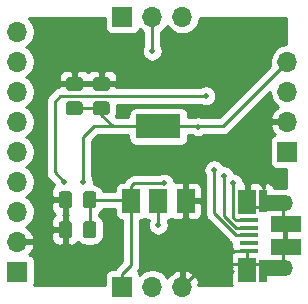
<source format=gbr>
G04 #@! TF.GenerationSoftware,KiCad,Pcbnew,(5.1.5)-3*
G04 #@! TF.CreationDate,2019-12-31T17:34:34+04:00*
G04 #@! TF.ProjectId,stm32f042_devboard,73746d33-3266-4303-9432-5f646576626f,1*
G04 #@! TF.SameCoordinates,Original*
G04 #@! TF.FileFunction,Copper,L2,Bot*
G04 #@! TF.FilePolarity,Positive*
%FSLAX46Y46*%
G04 Gerber Fmt 4.6, Leading zero omitted, Abs format (unit mm)*
G04 Created by KiCad (PCBNEW (5.1.5)-3) date 2019-12-31 17:34:34*
%MOMM*%
%LPD*%
G04 APERTURE LIST*
%ADD10O,1.700000X1.700000*%
%ADD11R,1.700000X1.700000*%
%ADD12R,2.500000X1.430000*%
%ADD13O,1.700000X1.350000*%
%ADD14O,1.500000X1.100000*%
%ADD15R,1.650000X0.400000*%
%ADD16R,1.500000X2.000000*%
%ADD17R,0.700000X1.825000*%
%ADD18R,2.000000X1.350000*%
%ADD19R,3.800000X2.000000*%
%ADD20C,0.100000*%
%ADD21C,0.500000*%
%ADD22C,0.254000*%
%ADD23C,0.250000*%
G04 APERTURE END LIST*
D10*
X142240000Y-100330000D03*
X139700000Y-100330000D03*
D11*
X137160000Y-100330000D03*
D10*
X142240000Y-77470000D03*
X139700000Y-77470000D03*
D11*
X137160000Y-77470000D03*
D10*
X128270000Y-78740000D03*
X128270000Y-81280000D03*
X128270000Y-83820000D03*
X128270000Y-86360000D03*
X128270000Y-88900000D03*
X128270000Y-91440000D03*
X128270000Y-93980000D03*
X128270000Y-96520000D03*
D11*
X128270000Y-99060000D03*
D10*
X151130000Y-81280000D03*
X151130000Y-83820000D03*
X151130000Y-86360000D03*
D11*
X151130000Y-88900000D03*
D12*
X150991000Y-96947000D03*
X150991000Y-95027000D03*
D13*
X150721000Y-98717000D03*
X150721000Y-93257000D03*
D14*
X147721000Y-98407000D03*
X147721000Y-93567000D03*
D15*
X147841000Y-97287000D03*
X147841000Y-96637000D03*
X147841000Y-95987000D03*
X147841000Y-95337000D03*
X147841000Y-94687000D03*
D16*
X147721000Y-98887000D03*
X147741000Y-93137000D03*
D17*
X149041000Y-98987000D03*
X149041000Y-93037000D03*
D18*
X149791000Y-93257000D03*
X149791000Y-98737000D03*
D16*
X142508000Y-93066000D03*
X137908000Y-93066000D03*
X140208000Y-93066000D03*
D19*
X140208000Y-86766000D03*
G04 #@! TA.AperFunction,SMDPad,CuDef*
D20*
G36*
X135856505Y-82593204D02*
G01*
X135880773Y-82596804D01*
X135904572Y-82602765D01*
X135927671Y-82611030D01*
X135949850Y-82621520D01*
X135970893Y-82634132D01*
X135990599Y-82648747D01*
X136008777Y-82665223D01*
X136025253Y-82683401D01*
X136039868Y-82703107D01*
X136052480Y-82724150D01*
X136062970Y-82746329D01*
X136071235Y-82769428D01*
X136077196Y-82793227D01*
X136080796Y-82817495D01*
X136082000Y-82841999D01*
X136082000Y-83492001D01*
X136080796Y-83516505D01*
X136077196Y-83540773D01*
X136071235Y-83564572D01*
X136062970Y-83587671D01*
X136052480Y-83609850D01*
X136039868Y-83630893D01*
X136025253Y-83650599D01*
X136008777Y-83668777D01*
X135990599Y-83685253D01*
X135970893Y-83699868D01*
X135949850Y-83712480D01*
X135927671Y-83722970D01*
X135904572Y-83731235D01*
X135880773Y-83737196D01*
X135856505Y-83740796D01*
X135832001Y-83742000D01*
X134931999Y-83742000D01*
X134907495Y-83740796D01*
X134883227Y-83737196D01*
X134859428Y-83731235D01*
X134836329Y-83722970D01*
X134814150Y-83712480D01*
X134793107Y-83699868D01*
X134773401Y-83685253D01*
X134755223Y-83668777D01*
X134738747Y-83650599D01*
X134724132Y-83630893D01*
X134711520Y-83609850D01*
X134701030Y-83587671D01*
X134692765Y-83564572D01*
X134686804Y-83540773D01*
X134683204Y-83516505D01*
X134682000Y-83492001D01*
X134682000Y-82841999D01*
X134683204Y-82817495D01*
X134686804Y-82793227D01*
X134692765Y-82769428D01*
X134701030Y-82746329D01*
X134711520Y-82724150D01*
X134724132Y-82703107D01*
X134738747Y-82683401D01*
X134755223Y-82665223D01*
X134773401Y-82648747D01*
X134793107Y-82634132D01*
X134814150Y-82621520D01*
X134836329Y-82611030D01*
X134859428Y-82602765D01*
X134883227Y-82596804D01*
X134907495Y-82593204D01*
X134931999Y-82592000D01*
X135832001Y-82592000D01*
X135856505Y-82593204D01*
G37*
G04 #@! TD.AperFunction*
G04 #@! TA.AperFunction,SMDPad,CuDef*
G36*
X135856505Y-84643204D02*
G01*
X135880773Y-84646804D01*
X135904572Y-84652765D01*
X135927671Y-84661030D01*
X135949850Y-84671520D01*
X135970893Y-84684132D01*
X135990599Y-84698747D01*
X136008777Y-84715223D01*
X136025253Y-84733401D01*
X136039868Y-84753107D01*
X136052480Y-84774150D01*
X136062970Y-84796329D01*
X136071235Y-84819428D01*
X136077196Y-84843227D01*
X136080796Y-84867495D01*
X136082000Y-84891999D01*
X136082000Y-85542001D01*
X136080796Y-85566505D01*
X136077196Y-85590773D01*
X136071235Y-85614572D01*
X136062970Y-85637671D01*
X136052480Y-85659850D01*
X136039868Y-85680893D01*
X136025253Y-85700599D01*
X136008777Y-85718777D01*
X135990599Y-85735253D01*
X135970893Y-85749868D01*
X135949850Y-85762480D01*
X135927671Y-85772970D01*
X135904572Y-85781235D01*
X135880773Y-85787196D01*
X135856505Y-85790796D01*
X135832001Y-85792000D01*
X134931999Y-85792000D01*
X134907495Y-85790796D01*
X134883227Y-85787196D01*
X134859428Y-85781235D01*
X134836329Y-85772970D01*
X134814150Y-85762480D01*
X134793107Y-85749868D01*
X134773401Y-85735253D01*
X134755223Y-85718777D01*
X134738747Y-85700599D01*
X134724132Y-85680893D01*
X134711520Y-85659850D01*
X134701030Y-85637671D01*
X134692765Y-85614572D01*
X134686804Y-85590773D01*
X134683204Y-85566505D01*
X134682000Y-85542001D01*
X134682000Y-84891999D01*
X134683204Y-84867495D01*
X134686804Y-84843227D01*
X134692765Y-84819428D01*
X134701030Y-84796329D01*
X134711520Y-84774150D01*
X134724132Y-84753107D01*
X134738747Y-84733401D01*
X134755223Y-84715223D01*
X134773401Y-84698747D01*
X134793107Y-84684132D01*
X134814150Y-84671520D01*
X134836329Y-84661030D01*
X134859428Y-84652765D01*
X134883227Y-84646804D01*
X134907495Y-84643204D01*
X134931999Y-84642000D01*
X135832001Y-84642000D01*
X135856505Y-84643204D01*
G37*
G04 #@! TD.AperFunction*
G04 #@! TA.AperFunction,SMDPad,CuDef*
G36*
X133570505Y-82593204D02*
G01*
X133594773Y-82596804D01*
X133618572Y-82602765D01*
X133641671Y-82611030D01*
X133663850Y-82621520D01*
X133684893Y-82634132D01*
X133704599Y-82648747D01*
X133722777Y-82665223D01*
X133739253Y-82683401D01*
X133753868Y-82703107D01*
X133766480Y-82724150D01*
X133776970Y-82746329D01*
X133785235Y-82769428D01*
X133791196Y-82793227D01*
X133794796Y-82817495D01*
X133796000Y-82841999D01*
X133796000Y-83492001D01*
X133794796Y-83516505D01*
X133791196Y-83540773D01*
X133785235Y-83564572D01*
X133776970Y-83587671D01*
X133766480Y-83609850D01*
X133753868Y-83630893D01*
X133739253Y-83650599D01*
X133722777Y-83668777D01*
X133704599Y-83685253D01*
X133684893Y-83699868D01*
X133663850Y-83712480D01*
X133641671Y-83722970D01*
X133618572Y-83731235D01*
X133594773Y-83737196D01*
X133570505Y-83740796D01*
X133546001Y-83742000D01*
X132645999Y-83742000D01*
X132621495Y-83740796D01*
X132597227Y-83737196D01*
X132573428Y-83731235D01*
X132550329Y-83722970D01*
X132528150Y-83712480D01*
X132507107Y-83699868D01*
X132487401Y-83685253D01*
X132469223Y-83668777D01*
X132452747Y-83650599D01*
X132438132Y-83630893D01*
X132425520Y-83609850D01*
X132415030Y-83587671D01*
X132406765Y-83564572D01*
X132400804Y-83540773D01*
X132397204Y-83516505D01*
X132396000Y-83492001D01*
X132396000Y-82841999D01*
X132397204Y-82817495D01*
X132400804Y-82793227D01*
X132406765Y-82769428D01*
X132415030Y-82746329D01*
X132425520Y-82724150D01*
X132438132Y-82703107D01*
X132452747Y-82683401D01*
X132469223Y-82665223D01*
X132487401Y-82648747D01*
X132507107Y-82634132D01*
X132528150Y-82621520D01*
X132550329Y-82611030D01*
X132573428Y-82602765D01*
X132597227Y-82596804D01*
X132621495Y-82593204D01*
X132645999Y-82592000D01*
X133546001Y-82592000D01*
X133570505Y-82593204D01*
G37*
G04 #@! TD.AperFunction*
G04 #@! TA.AperFunction,SMDPad,CuDef*
G36*
X133570505Y-84643204D02*
G01*
X133594773Y-84646804D01*
X133618572Y-84652765D01*
X133641671Y-84661030D01*
X133663850Y-84671520D01*
X133684893Y-84684132D01*
X133704599Y-84698747D01*
X133722777Y-84715223D01*
X133739253Y-84733401D01*
X133753868Y-84753107D01*
X133766480Y-84774150D01*
X133776970Y-84796329D01*
X133785235Y-84819428D01*
X133791196Y-84843227D01*
X133794796Y-84867495D01*
X133796000Y-84891999D01*
X133796000Y-85542001D01*
X133794796Y-85566505D01*
X133791196Y-85590773D01*
X133785235Y-85614572D01*
X133776970Y-85637671D01*
X133766480Y-85659850D01*
X133753868Y-85680893D01*
X133739253Y-85700599D01*
X133722777Y-85718777D01*
X133704599Y-85735253D01*
X133684893Y-85749868D01*
X133663850Y-85762480D01*
X133641671Y-85772970D01*
X133618572Y-85781235D01*
X133594773Y-85787196D01*
X133570505Y-85790796D01*
X133546001Y-85792000D01*
X132645999Y-85792000D01*
X132621495Y-85790796D01*
X132597227Y-85787196D01*
X132573428Y-85781235D01*
X132550329Y-85772970D01*
X132528150Y-85762480D01*
X132507107Y-85749868D01*
X132487401Y-85735253D01*
X132469223Y-85718777D01*
X132452747Y-85700599D01*
X132438132Y-85680893D01*
X132425520Y-85659850D01*
X132415030Y-85637671D01*
X132406765Y-85614572D01*
X132400804Y-85590773D01*
X132397204Y-85566505D01*
X132396000Y-85542001D01*
X132396000Y-84891999D01*
X132397204Y-84867495D01*
X132400804Y-84843227D01*
X132406765Y-84819428D01*
X132415030Y-84796329D01*
X132425520Y-84774150D01*
X132438132Y-84753107D01*
X132452747Y-84733401D01*
X132469223Y-84715223D01*
X132487401Y-84698747D01*
X132507107Y-84684132D01*
X132528150Y-84671520D01*
X132550329Y-84661030D01*
X132573428Y-84652765D01*
X132597227Y-84646804D01*
X132621495Y-84643204D01*
X132645999Y-84642000D01*
X133546001Y-84642000D01*
X133570505Y-84643204D01*
G37*
G04 #@! TD.AperFunction*
G04 #@! TA.AperFunction,SMDPad,CuDef*
G36*
X132683505Y-94805204D02*
G01*
X132707773Y-94808804D01*
X132731572Y-94814765D01*
X132754671Y-94823030D01*
X132776850Y-94833520D01*
X132797893Y-94846132D01*
X132817599Y-94860747D01*
X132835777Y-94877223D01*
X132852253Y-94895401D01*
X132866868Y-94915107D01*
X132879480Y-94936150D01*
X132889970Y-94958329D01*
X132898235Y-94981428D01*
X132904196Y-95005227D01*
X132907796Y-95029495D01*
X132909000Y-95053999D01*
X132909000Y-95954001D01*
X132907796Y-95978505D01*
X132904196Y-96002773D01*
X132898235Y-96026572D01*
X132889970Y-96049671D01*
X132879480Y-96071850D01*
X132866868Y-96092893D01*
X132852253Y-96112599D01*
X132835777Y-96130777D01*
X132817599Y-96147253D01*
X132797893Y-96161868D01*
X132776850Y-96174480D01*
X132754671Y-96184970D01*
X132731572Y-96193235D01*
X132707773Y-96199196D01*
X132683505Y-96202796D01*
X132659001Y-96204000D01*
X132008999Y-96204000D01*
X131984495Y-96202796D01*
X131960227Y-96199196D01*
X131936428Y-96193235D01*
X131913329Y-96184970D01*
X131891150Y-96174480D01*
X131870107Y-96161868D01*
X131850401Y-96147253D01*
X131832223Y-96130777D01*
X131815747Y-96112599D01*
X131801132Y-96092893D01*
X131788520Y-96071850D01*
X131778030Y-96049671D01*
X131769765Y-96026572D01*
X131763804Y-96002773D01*
X131760204Y-95978505D01*
X131759000Y-95954001D01*
X131759000Y-95053999D01*
X131760204Y-95029495D01*
X131763804Y-95005227D01*
X131769765Y-94981428D01*
X131778030Y-94958329D01*
X131788520Y-94936150D01*
X131801132Y-94915107D01*
X131815747Y-94895401D01*
X131832223Y-94877223D01*
X131850401Y-94860747D01*
X131870107Y-94846132D01*
X131891150Y-94833520D01*
X131913329Y-94823030D01*
X131936428Y-94814765D01*
X131960227Y-94808804D01*
X131984495Y-94805204D01*
X132008999Y-94804000D01*
X132659001Y-94804000D01*
X132683505Y-94805204D01*
G37*
G04 #@! TD.AperFunction*
G04 #@! TA.AperFunction,SMDPad,CuDef*
G36*
X134733505Y-94805204D02*
G01*
X134757773Y-94808804D01*
X134781572Y-94814765D01*
X134804671Y-94823030D01*
X134826850Y-94833520D01*
X134847893Y-94846132D01*
X134867599Y-94860747D01*
X134885777Y-94877223D01*
X134902253Y-94895401D01*
X134916868Y-94915107D01*
X134929480Y-94936150D01*
X134939970Y-94958329D01*
X134948235Y-94981428D01*
X134954196Y-95005227D01*
X134957796Y-95029495D01*
X134959000Y-95053999D01*
X134959000Y-95954001D01*
X134957796Y-95978505D01*
X134954196Y-96002773D01*
X134948235Y-96026572D01*
X134939970Y-96049671D01*
X134929480Y-96071850D01*
X134916868Y-96092893D01*
X134902253Y-96112599D01*
X134885777Y-96130777D01*
X134867599Y-96147253D01*
X134847893Y-96161868D01*
X134826850Y-96174480D01*
X134804671Y-96184970D01*
X134781572Y-96193235D01*
X134757773Y-96199196D01*
X134733505Y-96202796D01*
X134709001Y-96204000D01*
X134058999Y-96204000D01*
X134034495Y-96202796D01*
X134010227Y-96199196D01*
X133986428Y-96193235D01*
X133963329Y-96184970D01*
X133941150Y-96174480D01*
X133920107Y-96161868D01*
X133900401Y-96147253D01*
X133882223Y-96130777D01*
X133865747Y-96112599D01*
X133851132Y-96092893D01*
X133838520Y-96071850D01*
X133828030Y-96049671D01*
X133819765Y-96026572D01*
X133813804Y-96002773D01*
X133810204Y-95978505D01*
X133809000Y-95954001D01*
X133809000Y-95053999D01*
X133810204Y-95029495D01*
X133813804Y-95005227D01*
X133819765Y-94981428D01*
X133828030Y-94958329D01*
X133838520Y-94936150D01*
X133851132Y-94915107D01*
X133865747Y-94895401D01*
X133882223Y-94877223D01*
X133900401Y-94860747D01*
X133920107Y-94846132D01*
X133941150Y-94833520D01*
X133963329Y-94823030D01*
X133986428Y-94814765D01*
X134010227Y-94808804D01*
X134034495Y-94805204D01*
X134058999Y-94804000D01*
X134709001Y-94804000D01*
X134733505Y-94805204D01*
G37*
G04 #@! TD.AperFunction*
G04 #@! TA.AperFunction,SMDPad,CuDef*
G36*
X132683505Y-92265204D02*
G01*
X132707773Y-92268804D01*
X132731572Y-92274765D01*
X132754671Y-92283030D01*
X132776850Y-92293520D01*
X132797893Y-92306132D01*
X132817599Y-92320747D01*
X132835777Y-92337223D01*
X132852253Y-92355401D01*
X132866868Y-92375107D01*
X132879480Y-92396150D01*
X132889970Y-92418329D01*
X132898235Y-92441428D01*
X132904196Y-92465227D01*
X132907796Y-92489495D01*
X132909000Y-92513999D01*
X132909000Y-93414001D01*
X132907796Y-93438505D01*
X132904196Y-93462773D01*
X132898235Y-93486572D01*
X132889970Y-93509671D01*
X132879480Y-93531850D01*
X132866868Y-93552893D01*
X132852253Y-93572599D01*
X132835777Y-93590777D01*
X132817599Y-93607253D01*
X132797893Y-93621868D01*
X132776850Y-93634480D01*
X132754671Y-93644970D01*
X132731572Y-93653235D01*
X132707773Y-93659196D01*
X132683505Y-93662796D01*
X132659001Y-93664000D01*
X132008999Y-93664000D01*
X131984495Y-93662796D01*
X131960227Y-93659196D01*
X131936428Y-93653235D01*
X131913329Y-93644970D01*
X131891150Y-93634480D01*
X131870107Y-93621868D01*
X131850401Y-93607253D01*
X131832223Y-93590777D01*
X131815747Y-93572599D01*
X131801132Y-93552893D01*
X131788520Y-93531850D01*
X131778030Y-93509671D01*
X131769765Y-93486572D01*
X131763804Y-93462773D01*
X131760204Y-93438505D01*
X131759000Y-93414001D01*
X131759000Y-92513999D01*
X131760204Y-92489495D01*
X131763804Y-92465227D01*
X131769765Y-92441428D01*
X131778030Y-92418329D01*
X131788520Y-92396150D01*
X131801132Y-92375107D01*
X131815747Y-92355401D01*
X131832223Y-92337223D01*
X131850401Y-92320747D01*
X131870107Y-92306132D01*
X131891150Y-92293520D01*
X131913329Y-92283030D01*
X131936428Y-92274765D01*
X131960227Y-92268804D01*
X131984495Y-92265204D01*
X132008999Y-92264000D01*
X132659001Y-92264000D01*
X132683505Y-92265204D01*
G37*
G04 #@! TD.AperFunction*
G04 #@! TA.AperFunction,SMDPad,CuDef*
G36*
X134733505Y-92265204D02*
G01*
X134757773Y-92268804D01*
X134781572Y-92274765D01*
X134804671Y-92283030D01*
X134826850Y-92293520D01*
X134847893Y-92306132D01*
X134867599Y-92320747D01*
X134885777Y-92337223D01*
X134902253Y-92355401D01*
X134916868Y-92375107D01*
X134929480Y-92396150D01*
X134939970Y-92418329D01*
X134948235Y-92441428D01*
X134954196Y-92465227D01*
X134957796Y-92489495D01*
X134959000Y-92513999D01*
X134959000Y-93414001D01*
X134957796Y-93438505D01*
X134954196Y-93462773D01*
X134948235Y-93486572D01*
X134939970Y-93509671D01*
X134929480Y-93531850D01*
X134916868Y-93552893D01*
X134902253Y-93572599D01*
X134885777Y-93590777D01*
X134867599Y-93607253D01*
X134847893Y-93621868D01*
X134826850Y-93634480D01*
X134804671Y-93644970D01*
X134781572Y-93653235D01*
X134757773Y-93659196D01*
X134733505Y-93662796D01*
X134709001Y-93664000D01*
X134058999Y-93664000D01*
X134034495Y-93662796D01*
X134010227Y-93659196D01*
X133986428Y-93653235D01*
X133963329Y-93644970D01*
X133941150Y-93634480D01*
X133920107Y-93621868D01*
X133900401Y-93607253D01*
X133882223Y-93590777D01*
X133865747Y-93572599D01*
X133851132Y-93552893D01*
X133838520Y-93531850D01*
X133828030Y-93509671D01*
X133819765Y-93486572D01*
X133813804Y-93462773D01*
X133810204Y-93438505D01*
X133809000Y-93414001D01*
X133809000Y-92513999D01*
X133810204Y-92489495D01*
X133813804Y-92465227D01*
X133819765Y-92441428D01*
X133828030Y-92418329D01*
X133838520Y-92396150D01*
X133851132Y-92375107D01*
X133865747Y-92355401D01*
X133882223Y-92337223D01*
X133900401Y-92320747D01*
X133920107Y-92306132D01*
X133941150Y-92293520D01*
X133963329Y-92283030D01*
X133986428Y-92274765D01*
X134010227Y-92268804D01*
X134034495Y-92265204D01*
X134058999Y-92264000D01*
X134709001Y-92264000D01*
X134733505Y-92265204D01*
G37*
G04 #@! TD.AperFunction*
D21*
X136271000Y-96520000D03*
X142875000Y-85217000D03*
X146050000Y-97790000D03*
X130683000Y-80518000D03*
X143108000Y-96488000D03*
X144145000Y-78613000D03*
X146558000Y-91567000D03*
X140716000Y-91567000D03*
X143581000Y-86797000D03*
X133858000Y-91440000D03*
X140208000Y-95123000D03*
X132207000Y-91440000D03*
X144231000Y-84160000D03*
X144907000Y-90424000D03*
X145796000Y-90932000D03*
X139700000Y-80391000D03*
D22*
X150411000Y-98407000D02*
X150721000Y-98717000D01*
X147721000Y-98407000D02*
X150411000Y-98407000D01*
X150411000Y-93567000D02*
X150721000Y-93257000D01*
X147721000Y-93567000D02*
X150411000Y-93567000D01*
X150721000Y-97217000D02*
X150991000Y-96947000D01*
X150721000Y-98717000D02*
X150721000Y-97217000D01*
X150721000Y-94757000D02*
X150991000Y-95027000D01*
X150721000Y-93257000D02*
X150721000Y-94757000D01*
X147721000Y-97407000D02*
X147841000Y-97287000D01*
X147721000Y-98407000D02*
X147721000Y-97407000D01*
D23*
X144163000Y-98407000D02*
X142240000Y-100330000D01*
X147721000Y-98407000D02*
X144163000Y-98407000D01*
X146553000Y-97287000D02*
X146050000Y-97790000D01*
X147841000Y-97287000D02*
X146553000Y-97287000D01*
D22*
X138534000Y-91567000D02*
X140716000Y-91567000D01*
X137806000Y-92964000D02*
X137908000Y-93066000D01*
X134384000Y-92964000D02*
X137806000Y-92964000D01*
X134384000Y-95504000D02*
X134384000Y-92964000D01*
X137160000Y-100330000D02*
X137160000Y-99226000D01*
X137908000Y-98478000D02*
X137908000Y-93066000D01*
X137160000Y-99226000D02*
X137908000Y-98478000D01*
D23*
X146558000Y-91567000D02*
X146558000Y-94292602D01*
X146558000Y-94479000D02*
X146558000Y-94292602D01*
X146766000Y-94687000D02*
X146558000Y-94479000D01*
X147841000Y-94687000D02*
X146766000Y-94687000D01*
X138157000Y-91567000D02*
X138534000Y-91567000D01*
X137908000Y-91816000D02*
X138157000Y-91567000D01*
X137908000Y-93066000D02*
X137908000Y-91816000D01*
D22*
X145644000Y-86766000D02*
X151130000Y-81280000D01*
X140208000Y-86766000D02*
X145644000Y-86766000D01*
X140208000Y-86766000D02*
X134784000Y-86766000D01*
X133858000Y-91440000D02*
X133858000Y-88392000D01*
D23*
X133096000Y-85217000D02*
X135382000Y-85217000D01*
X138058000Y-86766000D02*
X140208000Y-86766000D01*
X136356000Y-86766000D02*
X138058000Y-86766000D01*
X135382000Y-85792000D02*
X136356000Y-86766000D01*
X135382000Y-85217000D02*
X135382000Y-85792000D01*
X133858000Y-87692000D02*
X134784000Y-86766000D01*
X133858000Y-88392000D02*
X133858000Y-87692000D01*
X140208000Y-93066000D02*
X140208000Y-95123000D01*
D22*
X132207000Y-91440000D02*
X131413990Y-90646990D01*
X131413990Y-90646990D02*
X131413990Y-84654992D01*
X131908982Y-84160000D02*
X131413990Y-84654992D01*
X144231000Y-84160000D02*
X131908982Y-84160000D01*
X146769934Y-95987000D02*
X147841000Y-95987000D01*
X144907000Y-94124066D02*
X145152467Y-94369533D01*
X145034000Y-94251066D02*
X145152467Y-94369533D01*
X144907000Y-90424000D02*
X144907000Y-94124066D01*
X145152467Y-94369533D02*
X146769934Y-95987000D01*
X145796000Y-94371000D02*
X145796000Y-90932000D01*
X147841000Y-95337000D02*
X146762000Y-95337000D01*
X146762000Y-95337000D02*
X145796000Y-94371000D01*
X139700000Y-80391000D02*
X139700000Y-77470000D01*
G36*
X149645000Y-83966260D02*
G01*
X149702068Y-84253158D01*
X149814010Y-84523411D01*
X149976525Y-84766632D01*
X150183368Y-84973475D01*
X150365534Y-85095195D01*
X150248645Y-85164822D01*
X150032412Y-85359731D01*
X149858359Y-85593080D01*
X149733175Y-85855901D01*
X149688524Y-86003110D01*
X149809845Y-86233000D01*
X151003000Y-86233000D01*
X151003000Y-86487000D01*
X149809845Y-86487000D01*
X149688524Y-86716890D01*
X149733175Y-86864099D01*
X149858359Y-87126920D01*
X150032412Y-87360269D01*
X150116466Y-87436034D01*
X150035820Y-87460498D01*
X149925506Y-87519463D01*
X149828815Y-87598815D01*
X149749463Y-87695506D01*
X149690498Y-87805820D01*
X149654188Y-87925518D01*
X149641928Y-88050000D01*
X149641928Y-89750000D01*
X149654188Y-89874482D01*
X149690498Y-89994180D01*
X149749463Y-90104494D01*
X149828815Y-90201185D01*
X149925506Y-90280537D01*
X150035820Y-90339502D01*
X150155518Y-90375812D01*
X150280000Y-90388072D01*
X151003000Y-90388072D01*
X151003000Y-91982737D01*
X150915482Y-91956188D01*
X150848002Y-91949542D01*
X150848002Y-91947000D01*
X150822192Y-91947000D01*
X150791000Y-91943928D01*
X150076750Y-91947000D01*
X150017432Y-92006318D01*
X150016812Y-92000018D01*
X149980502Y-91880320D01*
X149921537Y-91770006D01*
X149842185Y-91673315D01*
X149745494Y-91593963D01*
X149635180Y-91534998D01*
X149515482Y-91498688D01*
X149391000Y-91486428D01*
X149326750Y-91489500D01*
X149168000Y-91648250D01*
X149168000Y-91945549D01*
X149096404Y-91945242D01*
X149080502Y-91892820D01*
X149021537Y-91782506D01*
X148942185Y-91685815D01*
X148914000Y-91662684D01*
X148914000Y-91648250D01*
X148755250Y-91489500D01*
X148691000Y-91486428D01*
X148566518Y-91498688D01*
X148547412Y-91504484D01*
X148491000Y-91498928D01*
X148026750Y-91502000D01*
X147868000Y-91660750D01*
X147868000Y-92520203D01*
X147848000Y-92536848D01*
X147848000Y-93284000D01*
X147614000Y-93284000D01*
X147614000Y-93264000D01*
X147594000Y-93264000D01*
X147594000Y-93010000D01*
X147614000Y-93010000D01*
X147614000Y-91660750D01*
X147455250Y-91502000D01*
X147443000Y-91501919D01*
X147443000Y-91479835D01*
X147408990Y-91308855D01*
X147342277Y-91147795D01*
X147245424Y-91002845D01*
X147122155Y-90879576D01*
X146977205Y-90782723D01*
X146816145Y-90716010D01*
X146648752Y-90682714D01*
X146646990Y-90673855D01*
X146580277Y-90512795D01*
X146483424Y-90367845D01*
X146360155Y-90244576D01*
X146215205Y-90147723D01*
X146054145Y-90081010D01*
X145883165Y-90047000D01*
X145708835Y-90047000D01*
X145708765Y-90047014D01*
X145691277Y-90004795D01*
X145594424Y-89859845D01*
X145471155Y-89736576D01*
X145326205Y-89639723D01*
X145165145Y-89573010D01*
X144994165Y-89539000D01*
X144819835Y-89539000D01*
X144648855Y-89573010D01*
X144487795Y-89639723D01*
X144342845Y-89736576D01*
X144219576Y-89859845D01*
X144122723Y-90004795D01*
X144056010Y-90165855D01*
X144022000Y-90336835D01*
X144022000Y-90511165D01*
X144056010Y-90682145D01*
X144122723Y-90843205D01*
X144145000Y-90876545D01*
X144145001Y-94086633D01*
X144141314Y-94124066D01*
X144156027Y-94273444D01*
X144199599Y-94417081D01*
X144270355Y-94549458D01*
X144334801Y-94627985D01*
X144365579Y-94665488D01*
X144394649Y-94689345D01*
X144587188Y-94881884D01*
X146204655Y-96499352D01*
X146228512Y-96528422D01*
X146257582Y-96552279D01*
X146344541Y-96623645D01*
X146371744Y-96638185D01*
X146377928Y-96641490D01*
X146377928Y-96837000D01*
X146390188Y-96961482D01*
X146390897Y-96963820D01*
X146381000Y-97055250D01*
X146448968Y-97123218D01*
X146485463Y-97191494D01*
X146564815Y-97288185D01*
X146635585Y-97346265D01*
X146616506Y-97356463D01*
X146612196Y-97360000D01*
X146539750Y-97360000D01*
X146381000Y-97518750D01*
X146391978Y-97620164D01*
X146392587Y-97622075D01*
X146381498Y-97642820D01*
X146345188Y-97762518D01*
X146332928Y-97887000D01*
X146336000Y-98601250D01*
X146407438Y-98672688D01*
X146377197Y-98716744D01*
X146381989Y-98755526D01*
X146471869Y-98971039D01*
X146500725Y-99014000D01*
X146494750Y-99014000D01*
X146336000Y-99172750D01*
X146332928Y-99887000D01*
X146345188Y-100011482D01*
X146381498Y-100131180D01*
X146419887Y-100203000D01*
X143725000Y-100203000D01*
X143725000Y-100202998D01*
X143560815Y-100202998D01*
X143681481Y-99973109D01*
X143584157Y-99698748D01*
X143435178Y-99448645D01*
X143240269Y-99232412D01*
X143006920Y-99058359D01*
X142744099Y-98933175D01*
X142596890Y-98888524D01*
X142367000Y-99009845D01*
X142367000Y-100203000D01*
X142113000Y-100203000D01*
X142113000Y-99009845D01*
X141883110Y-98888524D01*
X141735901Y-98933175D01*
X141473080Y-99058359D01*
X141239731Y-99232412D01*
X141044822Y-99448645D01*
X140975195Y-99565534D01*
X140853475Y-99383368D01*
X140646632Y-99176525D01*
X140403411Y-99014010D01*
X140133158Y-98902068D01*
X139846260Y-98845000D01*
X139553740Y-98845000D01*
X139266842Y-98902068D01*
X138996589Y-99014010D01*
X138753368Y-99176525D01*
X138621513Y-99308380D01*
X138599502Y-99235820D01*
X138540537Y-99125506D01*
X138461185Y-99028815D01*
X138449550Y-99019266D01*
X138520359Y-98932985D01*
X138544645Y-98903393D01*
X138615401Y-98771016D01*
X138615402Y-98771015D01*
X138658974Y-98627378D01*
X138670000Y-98515426D01*
X138670000Y-98515423D01*
X138673686Y-98478000D01*
X138670000Y-98440577D01*
X138670000Y-94702890D01*
X138782482Y-94691812D01*
X138902180Y-94655502D01*
X139012494Y-94596537D01*
X139058000Y-94559191D01*
X139103506Y-94596537D01*
X139213820Y-94655502D01*
X139333518Y-94691812D01*
X139425666Y-94700887D01*
X139423723Y-94703795D01*
X139357010Y-94864855D01*
X139323000Y-95035835D01*
X139323000Y-95210165D01*
X139357010Y-95381145D01*
X139423723Y-95542205D01*
X139520576Y-95687155D01*
X139643845Y-95810424D01*
X139788795Y-95907277D01*
X139949855Y-95973990D01*
X140120835Y-96008000D01*
X140295165Y-96008000D01*
X140466145Y-95973990D01*
X140627205Y-95907277D01*
X140772155Y-95810424D01*
X140895424Y-95687155D01*
X140992277Y-95542205D01*
X141058990Y-95381145D01*
X141093000Y-95210165D01*
X141093000Y-95035835D01*
X141058990Y-94864855D01*
X140992277Y-94703795D01*
X140990334Y-94700887D01*
X141082482Y-94691812D01*
X141202180Y-94655502D01*
X141312494Y-94596537D01*
X141358000Y-94559191D01*
X141403506Y-94596537D01*
X141513820Y-94655502D01*
X141633518Y-94691812D01*
X141758000Y-94704072D01*
X142222250Y-94701000D01*
X142381000Y-94542250D01*
X142381000Y-93193000D01*
X142635000Y-93193000D01*
X142635000Y-94542250D01*
X142793750Y-94701000D01*
X143258000Y-94704072D01*
X143382482Y-94691812D01*
X143502180Y-94655502D01*
X143612494Y-94596537D01*
X143709185Y-94517185D01*
X143788537Y-94420494D01*
X143847502Y-94310180D01*
X143883812Y-94190482D01*
X143896072Y-94066000D01*
X143893000Y-93351750D01*
X143734250Y-93193000D01*
X142635000Y-93193000D01*
X142381000Y-93193000D01*
X142361000Y-93193000D01*
X142361000Y-92939000D01*
X142381000Y-92939000D01*
X142381000Y-91589750D01*
X142635000Y-91589750D01*
X142635000Y-92939000D01*
X143734250Y-92939000D01*
X143893000Y-92780250D01*
X143896072Y-92066000D01*
X143883812Y-91941518D01*
X143847502Y-91821820D01*
X143788537Y-91711506D01*
X143709185Y-91614815D01*
X143612494Y-91535463D01*
X143502180Y-91476498D01*
X143382482Y-91440188D01*
X143258000Y-91427928D01*
X142793750Y-91431000D01*
X142635000Y-91589750D01*
X142381000Y-91589750D01*
X142222250Y-91431000D01*
X141758000Y-91427928D01*
X141633518Y-91440188D01*
X141595413Y-91451747D01*
X141566990Y-91308855D01*
X141500277Y-91147795D01*
X141403424Y-91002845D01*
X141280155Y-90879576D01*
X141135205Y-90782723D01*
X140974145Y-90716010D01*
X140803165Y-90682000D01*
X140628835Y-90682000D01*
X140457855Y-90716010D01*
X140296795Y-90782723D01*
X140263455Y-90805000D01*
X138496574Y-90805000D01*
X138476267Y-90807000D01*
X138194322Y-90807000D01*
X138156999Y-90803324D01*
X138119676Y-90807000D01*
X138119667Y-90807000D01*
X138008014Y-90817997D01*
X137864753Y-90861454D01*
X137732724Y-90932026D01*
X137616999Y-91026999D01*
X137593196Y-91056003D01*
X137396998Y-91252201D01*
X137368000Y-91275999D01*
X137344202Y-91304997D01*
X137344201Y-91304998D01*
X137273026Y-91391724D01*
X137253674Y-91427928D01*
X137158000Y-91427928D01*
X137033518Y-91440188D01*
X136913820Y-91476498D01*
X136803506Y-91535463D01*
X136706815Y-91614815D01*
X136627463Y-91711506D01*
X136568498Y-91821820D01*
X136532188Y-91941518D01*
X136519928Y-92066000D01*
X136519928Y-92202000D01*
X135537920Y-92202000D01*
X135529472Y-92174149D01*
X135447405Y-92020613D01*
X135336962Y-91886038D01*
X135202387Y-91775595D01*
X135048851Y-91693528D01*
X134882255Y-91642992D01*
X134723079Y-91627315D01*
X134743000Y-91527165D01*
X134743000Y-91352835D01*
X134708990Y-91181855D01*
X134642277Y-91020795D01*
X134620000Y-90987455D01*
X134620000Y-88354574D01*
X134618000Y-88334267D01*
X134618000Y-88006801D01*
X135096802Y-87528000D01*
X136338983Y-87528000D01*
X136355999Y-87529676D01*
X136373016Y-87528000D01*
X137669928Y-87528000D01*
X137669928Y-87766000D01*
X137682188Y-87890482D01*
X137718498Y-88010180D01*
X137777463Y-88120494D01*
X137856815Y-88217185D01*
X137953506Y-88296537D01*
X138063820Y-88355502D01*
X138183518Y-88391812D01*
X138308000Y-88404072D01*
X142108000Y-88404072D01*
X142232482Y-88391812D01*
X142352180Y-88355502D01*
X142462494Y-88296537D01*
X142559185Y-88217185D01*
X142638537Y-88120494D01*
X142697502Y-88010180D01*
X142733812Y-87890482D01*
X142746072Y-87766000D01*
X142746072Y-87528000D01*
X143082061Y-87528000D01*
X143161795Y-87581277D01*
X143322855Y-87647990D01*
X143493835Y-87682000D01*
X143668165Y-87682000D01*
X143839145Y-87647990D01*
X144000205Y-87581277D01*
X144079939Y-87528000D01*
X145606577Y-87528000D01*
X145644000Y-87531686D01*
X145681423Y-87528000D01*
X145681426Y-87528000D01*
X145793378Y-87516974D01*
X145937015Y-87473402D01*
X146069392Y-87402645D01*
X146185422Y-87307422D01*
X146209284Y-87278346D01*
X149645000Y-83842630D01*
X149645000Y-83966260D01*
G37*
X149645000Y-83966260D02*
X149702068Y-84253158D01*
X149814010Y-84523411D01*
X149976525Y-84766632D01*
X150183368Y-84973475D01*
X150365534Y-85095195D01*
X150248645Y-85164822D01*
X150032412Y-85359731D01*
X149858359Y-85593080D01*
X149733175Y-85855901D01*
X149688524Y-86003110D01*
X149809845Y-86233000D01*
X151003000Y-86233000D01*
X151003000Y-86487000D01*
X149809845Y-86487000D01*
X149688524Y-86716890D01*
X149733175Y-86864099D01*
X149858359Y-87126920D01*
X150032412Y-87360269D01*
X150116466Y-87436034D01*
X150035820Y-87460498D01*
X149925506Y-87519463D01*
X149828815Y-87598815D01*
X149749463Y-87695506D01*
X149690498Y-87805820D01*
X149654188Y-87925518D01*
X149641928Y-88050000D01*
X149641928Y-89750000D01*
X149654188Y-89874482D01*
X149690498Y-89994180D01*
X149749463Y-90104494D01*
X149828815Y-90201185D01*
X149925506Y-90280537D01*
X150035820Y-90339502D01*
X150155518Y-90375812D01*
X150280000Y-90388072D01*
X151003000Y-90388072D01*
X151003000Y-91982737D01*
X150915482Y-91956188D01*
X150848002Y-91949542D01*
X150848002Y-91947000D01*
X150822192Y-91947000D01*
X150791000Y-91943928D01*
X150076750Y-91947000D01*
X150017432Y-92006318D01*
X150016812Y-92000018D01*
X149980502Y-91880320D01*
X149921537Y-91770006D01*
X149842185Y-91673315D01*
X149745494Y-91593963D01*
X149635180Y-91534998D01*
X149515482Y-91498688D01*
X149391000Y-91486428D01*
X149326750Y-91489500D01*
X149168000Y-91648250D01*
X149168000Y-91945549D01*
X149096404Y-91945242D01*
X149080502Y-91892820D01*
X149021537Y-91782506D01*
X148942185Y-91685815D01*
X148914000Y-91662684D01*
X148914000Y-91648250D01*
X148755250Y-91489500D01*
X148691000Y-91486428D01*
X148566518Y-91498688D01*
X148547412Y-91504484D01*
X148491000Y-91498928D01*
X148026750Y-91502000D01*
X147868000Y-91660750D01*
X147868000Y-92520203D01*
X147848000Y-92536848D01*
X147848000Y-93284000D01*
X147614000Y-93284000D01*
X147614000Y-93264000D01*
X147594000Y-93264000D01*
X147594000Y-93010000D01*
X147614000Y-93010000D01*
X147614000Y-91660750D01*
X147455250Y-91502000D01*
X147443000Y-91501919D01*
X147443000Y-91479835D01*
X147408990Y-91308855D01*
X147342277Y-91147795D01*
X147245424Y-91002845D01*
X147122155Y-90879576D01*
X146977205Y-90782723D01*
X146816145Y-90716010D01*
X146648752Y-90682714D01*
X146646990Y-90673855D01*
X146580277Y-90512795D01*
X146483424Y-90367845D01*
X146360155Y-90244576D01*
X146215205Y-90147723D01*
X146054145Y-90081010D01*
X145883165Y-90047000D01*
X145708835Y-90047000D01*
X145708765Y-90047014D01*
X145691277Y-90004795D01*
X145594424Y-89859845D01*
X145471155Y-89736576D01*
X145326205Y-89639723D01*
X145165145Y-89573010D01*
X144994165Y-89539000D01*
X144819835Y-89539000D01*
X144648855Y-89573010D01*
X144487795Y-89639723D01*
X144342845Y-89736576D01*
X144219576Y-89859845D01*
X144122723Y-90004795D01*
X144056010Y-90165855D01*
X144022000Y-90336835D01*
X144022000Y-90511165D01*
X144056010Y-90682145D01*
X144122723Y-90843205D01*
X144145000Y-90876545D01*
X144145001Y-94086633D01*
X144141314Y-94124066D01*
X144156027Y-94273444D01*
X144199599Y-94417081D01*
X144270355Y-94549458D01*
X144334801Y-94627985D01*
X144365579Y-94665488D01*
X144394649Y-94689345D01*
X144587188Y-94881884D01*
X146204655Y-96499352D01*
X146228512Y-96528422D01*
X146257582Y-96552279D01*
X146344541Y-96623645D01*
X146371744Y-96638185D01*
X146377928Y-96641490D01*
X146377928Y-96837000D01*
X146390188Y-96961482D01*
X146390897Y-96963820D01*
X146381000Y-97055250D01*
X146448968Y-97123218D01*
X146485463Y-97191494D01*
X146564815Y-97288185D01*
X146635585Y-97346265D01*
X146616506Y-97356463D01*
X146612196Y-97360000D01*
X146539750Y-97360000D01*
X146381000Y-97518750D01*
X146391978Y-97620164D01*
X146392587Y-97622075D01*
X146381498Y-97642820D01*
X146345188Y-97762518D01*
X146332928Y-97887000D01*
X146336000Y-98601250D01*
X146407438Y-98672688D01*
X146377197Y-98716744D01*
X146381989Y-98755526D01*
X146471869Y-98971039D01*
X146500725Y-99014000D01*
X146494750Y-99014000D01*
X146336000Y-99172750D01*
X146332928Y-99887000D01*
X146345188Y-100011482D01*
X146381498Y-100131180D01*
X146419887Y-100203000D01*
X143725000Y-100203000D01*
X143725000Y-100202998D01*
X143560815Y-100202998D01*
X143681481Y-99973109D01*
X143584157Y-99698748D01*
X143435178Y-99448645D01*
X143240269Y-99232412D01*
X143006920Y-99058359D01*
X142744099Y-98933175D01*
X142596890Y-98888524D01*
X142367000Y-99009845D01*
X142367000Y-100203000D01*
X142113000Y-100203000D01*
X142113000Y-99009845D01*
X141883110Y-98888524D01*
X141735901Y-98933175D01*
X141473080Y-99058359D01*
X141239731Y-99232412D01*
X141044822Y-99448645D01*
X140975195Y-99565534D01*
X140853475Y-99383368D01*
X140646632Y-99176525D01*
X140403411Y-99014010D01*
X140133158Y-98902068D01*
X139846260Y-98845000D01*
X139553740Y-98845000D01*
X139266842Y-98902068D01*
X138996589Y-99014010D01*
X138753368Y-99176525D01*
X138621513Y-99308380D01*
X138599502Y-99235820D01*
X138540537Y-99125506D01*
X138461185Y-99028815D01*
X138449550Y-99019266D01*
X138520359Y-98932985D01*
X138544645Y-98903393D01*
X138615401Y-98771016D01*
X138615402Y-98771015D01*
X138658974Y-98627378D01*
X138670000Y-98515426D01*
X138670000Y-98515423D01*
X138673686Y-98478000D01*
X138670000Y-98440577D01*
X138670000Y-94702890D01*
X138782482Y-94691812D01*
X138902180Y-94655502D01*
X139012494Y-94596537D01*
X139058000Y-94559191D01*
X139103506Y-94596537D01*
X139213820Y-94655502D01*
X139333518Y-94691812D01*
X139425666Y-94700887D01*
X139423723Y-94703795D01*
X139357010Y-94864855D01*
X139323000Y-95035835D01*
X139323000Y-95210165D01*
X139357010Y-95381145D01*
X139423723Y-95542205D01*
X139520576Y-95687155D01*
X139643845Y-95810424D01*
X139788795Y-95907277D01*
X139949855Y-95973990D01*
X140120835Y-96008000D01*
X140295165Y-96008000D01*
X140466145Y-95973990D01*
X140627205Y-95907277D01*
X140772155Y-95810424D01*
X140895424Y-95687155D01*
X140992277Y-95542205D01*
X141058990Y-95381145D01*
X141093000Y-95210165D01*
X141093000Y-95035835D01*
X141058990Y-94864855D01*
X140992277Y-94703795D01*
X140990334Y-94700887D01*
X141082482Y-94691812D01*
X141202180Y-94655502D01*
X141312494Y-94596537D01*
X141358000Y-94559191D01*
X141403506Y-94596537D01*
X141513820Y-94655502D01*
X141633518Y-94691812D01*
X141758000Y-94704072D01*
X142222250Y-94701000D01*
X142381000Y-94542250D01*
X142381000Y-93193000D01*
X142635000Y-93193000D01*
X142635000Y-94542250D01*
X142793750Y-94701000D01*
X143258000Y-94704072D01*
X143382482Y-94691812D01*
X143502180Y-94655502D01*
X143612494Y-94596537D01*
X143709185Y-94517185D01*
X143788537Y-94420494D01*
X143847502Y-94310180D01*
X143883812Y-94190482D01*
X143896072Y-94066000D01*
X143893000Y-93351750D01*
X143734250Y-93193000D01*
X142635000Y-93193000D01*
X142381000Y-93193000D01*
X142361000Y-93193000D01*
X142361000Y-92939000D01*
X142381000Y-92939000D01*
X142381000Y-91589750D01*
X142635000Y-91589750D01*
X142635000Y-92939000D01*
X143734250Y-92939000D01*
X143893000Y-92780250D01*
X143896072Y-92066000D01*
X143883812Y-91941518D01*
X143847502Y-91821820D01*
X143788537Y-91711506D01*
X143709185Y-91614815D01*
X143612494Y-91535463D01*
X143502180Y-91476498D01*
X143382482Y-91440188D01*
X143258000Y-91427928D01*
X142793750Y-91431000D01*
X142635000Y-91589750D01*
X142381000Y-91589750D01*
X142222250Y-91431000D01*
X141758000Y-91427928D01*
X141633518Y-91440188D01*
X141595413Y-91451747D01*
X141566990Y-91308855D01*
X141500277Y-91147795D01*
X141403424Y-91002845D01*
X141280155Y-90879576D01*
X141135205Y-90782723D01*
X140974145Y-90716010D01*
X140803165Y-90682000D01*
X140628835Y-90682000D01*
X140457855Y-90716010D01*
X140296795Y-90782723D01*
X140263455Y-90805000D01*
X138496574Y-90805000D01*
X138476267Y-90807000D01*
X138194322Y-90807000D01*
X138156999Y-90803324D01*
X138119676Y-90807000D01*
X138119667Y-90807000D01*
X138008014Y-90817997D01*
X137864753Y-90861454D01*
X137732724Y-90932026D01*
X137616999Y-91026999D01*
X137593196Y-91056003D01*
X137396998Y-91252201D01*
X137368000Y-91275999D01*
X137344202Y-91304997D01*
X137344201Y-91304998D01*
X137273026Y-91391724D01*
X137253674Y-91427928D01*
X137158000Y-91427928D01*
X137033518Y-91440188D01*
X136913820Y-91476498D01*
X136803506Y-91535463D01*
X136706815Y-91614815D01*
X136627463Y-91711506D01*
X136568498Y-91821820D01*
X136532188Y-91941518D01*
X136519928Y-92066000D01*
X136519928Y-92202000D01*
X135537920Y-92202000D01*
X135529472Y-92174149D01*
X135447405Y-92020613D01*
X135336962Y-91886038D01*
X135202387Y-91775595D01*
X135048851Y-91693528D01*
X134882255Y-91642992D01*
X134723079Y-91627315D01*
X134743000Y-91527165D01*
X134743000Y-91352835D01*
X134708990Y-91181855D01*
X134642277Y-91020795D01*
X134620000Y-90987455D01*
X134620000Y-88354574D01*
X134618000Y-88334267D01*
X134618000Y-88006801D01*
X135096802Y-87528000D01*
X136338983Y-87528000D01*
X136355999Y-87529676D01*
X136373016Y-87528000D01*
X137669928Y-87528000D01*
X137669928Y-87766000D01*
X137682188Y-87890482D01*
X137718498Y-88010180D01*
X137777463Y-88120494D01*
X137856815Y-88217185D01*
X137953506Y-88296537D01*
X138063820Y-88355502D01*
X138183518Y-88391812D01*
X138308000Y-88404072D01*
X142108000Y-88404072D01*
X142232482Y-88391812D01*
X142352180Y-88355502D01*
X142462494Y-88296537D01*
X142559185Y-88217185D01*
X142638537Y-88120494D01*
X142697502Y-88010180D01*
X142733812Y-87890482D01*
X142746072Y-87766000D01*
X142746072Y-87528000D01*
X143082061Y-87528000D01*
X143161795Y-87581277D01*
X143322855Y-87647990D01*
X143493835Y-87682000D01*
X143668165Y-87682000D01*
X143839145Y-87647990D01*
X144000205Y-87581277D01*
X144079939Y-87528000D01*
X145606577Y-87528000D01*
X145644000Y-87531686D01*
X145681423Y-87528000D01*
X145681426Y-87528000D01*
X145793378Y-87516974D01*
X145937015Y-87473402D01*
X146069392Y-87402645D01*
X146185422Y-87307422D01*
X146209284Y-87278346D01*
X149645000Y-83842630D01*
X149645000Y-83966260D01*
G36*
X135671928Y-78320000D02*
G01*
X135684188Y-78444482D01*
X135720498Y-78564180D01*
X135779463Y-78674494D01*
X135858815Y-78771185D01*
X135955506Y-78850537D01*
X136065820Y-78909502D01*
X136185518Y-78945812D01*
X136310000Y-78958072D01*
X138010000Y-78958072D01*
X138134482Y-78945812D01*
X138254180Y-78909502D01*
X138364494Y-78850537D01*
X138461185Y-78771185D01*
X138540537Y-78674494D01*
X138599502Y-78564180D01*
X138621513Y-78491620D01*
X138753368Y-78623475D01*
X138938001Y-78746842D01*
X138938000Y-79938455D01*
X138915723Y-79971795D01*
X138849010Y-80132855D01*
X138815000Y-80303835D01*
X138815000Y-80478165D01*
X138849010Y-80649145D01*
X138915723Y-80810205D01*
X139012576Y-80955155D01*
X139135845Y-81078424D01*
X139280795Y-81175277D01*
X139441855Y-81241990D01*
X139612835Y-81276000D01*
X139787165Y-81276000D01*
X139958145Y-81241990D01*
X140119205Y-81175277D01*
X140264155Y-81078424D01*
X140387424Y-80955155D01*
X140484277Y-80810205D01*
X140550990Y-80649145D01*
X140585000Y-80478165D01*
X140585000Y-80303835D01*
X140550990Y-80132855D01*
X140484277Y-79971795D01*
X140462000Y-79938455D01*
X140462000Y-78746842D01*
X140646632Y-78623475D01*
X140853475Y-78416632D01*
X140970000Y-78242240D01*
X141086525Y-78416632D01*
X141293368Y-78623475D01*
X141536589Y-78785990D01*
X141806842Y-78897932D01*
X142093740Y-78955000D01*
X142386260Y-78955000D01*
X142673158Y-78897932D01*
X142943411Y-78785990D01*
X143186632Y-78623475D01*
X143393475Y-78416632D01*
X143555990Y-78173411D01*
X143667932Y-77903158D01*
X143725000Y-77616260D01*
X143725000Y-77597000D01*
X151003000Y-77597000D01*
X151003000Y-79795000D01*
X150983740Y-79795000D01*
X150696842Y-79852068D01*
X150426589Y-79964010D01*
X150183368Y-80126525D01*
X149976525Y-80333368D01*
X149814010Y-80576589D01*
X149702068Y-80846842D01*
X149645000Y-81133740D01*
X149645000Y-81426260D01*
X149688321Y-81644049D01*
X145328370Y-86004000D01*
X143979146Y-86004000D01*
X143839145Y-85946010D01*
X143668165Y-85912000D01*
X143493835Y-85912000D01*
X143322855Y-85946010D01*
X143182854Y-86004000D01*
X142746072Y-86004000D01*
X142746072Y-85766000D01*
X142733812Y-85641518D01*
X142697502Y-85521820D01*
X142638537Y-85411506D01*
X142559185Y-85314815D01*
X142462494Y-85235463D01*
X142352180Y-85176498D01*
X142232482Y-85140188D01*
X142108000Y-85127928D01*
X138308000Y-85127928D01*
X138183518Y-85140188D01*
X138063820Y-85176498D01*
X137953506Y-85235463D01*
X137856815Y-85314815D01*
X137777463Y-85411506D01*
X137718498Y-85521820D01*
X137682188Y-85641518D01*
X137669928Y-85766000D01*
X137669928Y-86004000D01*
X136668802Y-86004000D01*
X136615612Y-85950811D01*
X136652472Y-85881851D01*
X136703008Y-85715255D01*
X136720072Y-85542001D01*
X136720072Y-84922000D01*
X143778455Y-84922000D01*
X143811795Y-84944277D01*
X143972855Y-85010990D01*
X144143835Y-85045000D01*
X144318165Y-85045000D01*
X144489145Y-85010990D01*
X144650205Y-84944277D01*
X144795155Y-84847424D01*
X144918424Y-84724155D01*
X145015277Y-84579205D01*
X145081990Y-84418145D01*
X145116000Y-84247165D01*
X145116000Y-84072835D01*
X145081990Y-83901855D01*
X145015277Y-83740795D01*
X144918424Y-83595845D01*
X144795155Y-83472576D01*
X144650205Y-83375723D01*
X144489145Y-83309010D01*
X144318165Y-83275000D01*
X144143835Y-83275000D01*
X143972855Y-83309010D01*
X143811795Y-83375723D01*
X143778455Y-83398000D01*
X136662250Y-83398000D01*
X136558250Y-83294000D01*
X135509000Y-83294000D01*
X135509000Y-83314000D01*
X135255000Y-83314000D01*
X135255000Y-83294000D01*
X133223000Y-83294000D01*
X133223000Y-83314000D01*
X132969000Y-83314000D01*
X132969000Y-83294000D01*
X131919750Y-83294000D01*
X131809653Y-83404097D01*
X131759604Y-83409026D01*
X131615967Y-83452598D01*
X131483590Y-83523355D01*
X131367560Y-83618578D01*
X131343698Y-83647654D01*
X130901639Y-84089713D01*
X130872569Y-84113570D01*
X130848712Y-84142640D01*
X130848711Y-84142641D01*
X130777345Y-84229600D01*
X130706589Y-84361977D01*
X130663017Y-84505614D01*
X130648304Y-84654992D01*
X130651991Y-84692425D01*
X130651990Y-90609567D01*
X130648304Y-90646990D01*
X130651990Y-90684413D01*
X130651990Y-90684415D01*
X130663016Y-90796367D01*
X130706588Y-90940004D01*
X130706589Y-90940005D01*
X130777345Y-91072382D01*
X130808590Y-91110454D01*
X130872568Y-91188412D01*
X130901643Y-91212274D01*
X131348187Y-91658818D01*
X131356010Y-91698145D01*
X131379231Y-91754206D01*
X131307815Y-91812815D01*
X131228463Y-91909506D01*
X131169498Y-92019820D01*
X131133188Y-92139518D01*
X131120928Y-92264000D01*
X131124000Y-92678250D01*
X131282750Y-92837000D01*
X132207000Y-92837000D01*
X132207000Y-92817000D01*
X132461000Y-92817000D01*
X132461000Y-92837000D01*
X132481000Y-92837000D01*
X132481000Y-93091000D01*
X132461000Y-93091000D01*
X132461000Y-94140250D01*
X132554750Y-94234000D01*
X132461000Y-94327750D01*
X132461000Y-95377000D01*
X132481000Y-95377000D01*
X132481000Y-95631000D01*
X132461000Y-95631000D01*
X132461000Y-96680250D01*
X132619750Y-96839000D01*
X132909000Y-96842072D01*
X133033482Y-96829812D01*
X133153180Y-96793502D01*
X133263494Y-96734537D01*
X133360185Y-96655185D01*
X133425658Y-96575406D01*
X133431038Y-96581962D01*
X133565613Y-96692405D01*
X133719149Y-96774472D01*
X133885745Y-96825008D01*
X134058999Y-96842072D01*
X134709001Y-96842072D01*
X134882255Y-96825008D01*
X135048851Y-96774472D01*
X135202387Y-96692405D01*
X135336962Y-96581962D01*
X135447405Y-96447387D01*
X135529472Y-96293851D01*
X135580008Y-96127255D01*
X135597072Y-95954001D01*
X135597072Y-95053999D01*
X135580008Y-94880745D01*
X135529472Y-94714149D01*
X135447405Y-94560613D01*
X135336962Y-94426038D01*
X135202387Y-94315595D01*
X135146000Y-94285455D01*
X135146000Y-94182545D01*
X135202387Y-94152405D01*
X135336962Y-94041962D01*
X135447405Y-93907387D01*
X135529472Y-93753851D01*
X135537920Y-93726000D01*
X136519928Y-93726000D01*
X136519928Y-94066000D01*
X136532188Y-94190482D01*
X136568498Y-94310180D01*
X136627463Y-94420494D01*
X136706815Y-94517185D01*
X136803506Y-94596537D01*
X136913820Y-94655502D01*
X137033518Y-94691812D01*
X137146001Y-94702890D01*
X137146000Y-98162369D01*
X136647649Y-98660721D01*
X136618579Y-98684578D01*
X136594722Y-98713648D01*
X136594721Y-98713649D01*
X136523355Y-98800608D01*
X136501269Y-98841928D01*
X136310000Y-98841928D01*
X136185518Y-98854188D01*
X136065820Y-98890498D01*
X135955506Y-98949463D01*
X135858815Y-99028815D01*
X135779463Y-99125506D01*
X135720498Y-99235820D01*
X135684188Y-99355518D01*
X135671928Y-99480000D01*
X135671928Y-100203000D01*
X129683407Y-100203000D01*
X129709502Y-100154180D01*
X129745812Y-100034482D01*
X129758072Y-99910000D01*
X129758072Y-98210000D01*
X129745812Y-98085518D01*
X129709502Y-97965820D01*
X129650537Y-97855506D01*
X129571185Y-97758815D01*
X129474494Y-97679463D01*
X129364180Y-97620498D01*
X129283534Y-97596034D01*
X129367588Y-97520269D01*
X129541641Y-97286920D01*
X129666825Y-97024099D01*
X129711476Y-96876890D01*
X129590155Y-96647000D01*
X128397000Y-96647000D01*
X128397000Y-96393000D01*
X129590155Y-96393000D01*
X129689896Y-96204000D01*
X131120928Y-96204000D01*
X131133188Y-96328482D01*
X131169498Y-96448180D01*
X131228463Y-96558494D01*
X131307815Y-96655185D01*
X131404506Y-96734537D01*
X131514820Y-96793502D01*
X131634518Y-96829812D01*
X131759000Y-96842072D01*
X132048250Y-96839000D01*
X132207000Y-96680250D01*
X132207000Y-95631000D01*
X131282750Y-95631000D01*
X131124000Y-95789750D01*
X131120928Y-96204000D01*
X129689896Y-96204000D01*
X129711476Y-96163110D01*
X129666825Y-96015901D01*
X129541641Y-95753080D01*
X129367588Y-95519731D01*
X129151355Y-95324822D01*
X129034466Y-95255195D01*
X129216632Y-95133475D01*
X129423475Y-94926632D01*
X129585990Y-94683411D01*
X129697932Y-94413158D01*
X129755000Y-94126260D01*
X129755000Y-93833740D01*
X129721237Y-93664000D01*
X131120928Y-93664000D01*
X131133188Y-93788482D01*
X131169498Y-93908180D01*
X131228463Y-94018494D01*
X131307815Y-94115185D01*
X131404506Y-94194537D01*
X131478335Y-94234000D01*
X131404506Y-94273463D01*
X131307815Y-94352815D01*
X131228463Y-94449506D01*
X131169498Y-94559820D01*
X131133188Y-94679518D01*
X131120928Y-94804000D01*
X131124000Y-95218250D01*
X131282750Y-95377000D01*
X132207000Y-95377000D01*
X132207000Y-94327750D01*
X132113250Y-94234000D01*
X132207000Y-94140250D01*
X132207000Y-93091000D01*
X131282750Y-93091000D01*
X131124000Y-93249750D01*
X131120928Y-93664000D01*
X129721237Y-93664000D01*
X129697932Y-93546842D01*
X129585990Y-93276589D01*
X129423475Y-93033368D01*
X129216632Y-92826525D01*
X129042240Y-92710000D01*
X129216632Y-92593475D01*
X129423475Y-92386632D01*
X129585990Y-92143411D01*
X129697932Y-91873158D01*
X129755000Y-91586260D01*
X129755000Y-91293740D01*
X129697932Y-91006842D01*
X129585990Y-90736589D01*
X129423475Y-90493368D01*
X129216632Y-90286525D01*
X129042240Y-90170000D01*
X129216632Y-90053475D01*
X129423475Y-89846632D01*
X129585990Y-89603411D01*
X129697932Y-89333158D01*
X129755000Y-89046260D01*
X129755000Y-88753740D01*
X129697932Y-88466842D01*
X129585990Y-88196589D01*
X129423475Y-87953368D01*
X129216632Y-87746525D01*
X129042240Y-87630000D01*
X129216632Y-87513475D01*
X129423475Y-87306632D01*
X129585990Y-87063411D01*
X129697932Y-86793158D01*
X129755000Y-86506260D01*
X129755000Y-86213740D01*
X129697932Y-85926842D01*
X129585990Y-85656589D01*
X129423475Y-85413368D01*
X129216632Y-85206525D01*
X129042240Y-85090000D01*
X129216632Y-84973475D01*
X129423475Y-84766632D01*
X129585990Y-84523411D01*
X129697932Y-84253158D01*
X129755000Y-83966260D01*
X129755000Y-83673740D01*
X129697932Y-83386842D01*
X129585990Y-83116589D01*
X129423475Y-82873368D01*
X129216632Y-82666525D01*
X129105098Y-82592000D01*
X131757928Y-82592000D01*
X131761000Y-82881250D01*
X131919750Y-83040000D01*
X132969000Y-83040000D01*
X132969000Y-82115750D01*
X133223000Y-82115750D01*
X133223000Y-83040000D01*
X135255000Y-83040000D01*
X135255000Y-82115750D01*
X135509000Y-82115750D01*
X135509000Y-83040000D01*
X136558250Y-83040000D01*
X136717000Y-82881250D01*
X136720072Y-82592000D01*
X136707812Y-82467518D01*
X136671502Y-82347820D01*
X136612537Y-82237506D01*
X136533185Y-82140815D01*
X136436494Y-82061463D01*
X136326180Y-82002498D01*
X136206482Y-81966188D01*
X136082000Y-81953928D01*
X135667750Y-81957000D01*
X135509000Y-82115750D01*
X135255000Y-82115750D01*
X135096250Y-81957000D01*
X134682000Y-81953928D01*
X134557518Y-81966188D01*
X134437820Y-82002498D01*
X134327506Y-82061463D01*
X134239000Y-82134098D01*
X134150494Y-82061463D01*
X134040180Y-82002498D01*
X133920482Y-81966188D01*
X133796000Y-81953928D01*
X133381750Y-81957000D01*
X133223000Y-82115750D01*
X132969000Y-82115750D01*
X132810250Y-81957000D01*
X132396000Y-81953928D01*
X132271518Y-81966188D01*
X132151820Y-82002498D01*
X132041506Y-82061463D01*
X131944815Y-82140815D01*
X131865463Y-82237506D01*
X131806498Y-82347820D01*
X131770188Y-82467518D01*
X131757928Y-82592000D01*
X129105098Y-82592000D01*
X129042240Y-82550000D01*
X129216632Y-82433475D01*
X129423475Y-82226632D01*
X129585990Y-81983411D01*
X129697932Y-81713158D01*
X129755000Y-81426260D01*
X129755000Y-81133740D01*
X129697932Y-80846842D01*
X129585990Y-80576589D01*
X129423475Y-80333368D01*
X129216632Y-80126525D01*
X129042240Y-80010000D01*
X129216632Y-79893475D01*
X129423475Y-79686632D01*
X129585990Y-79443411D01*
X129697932Y-79173158D01*
X129755000Y-78886260D01*
X129755000Y-78593740D01*
X129697932Y-78306842D01*
X129585990Y-78036589D01*
X129423475Y-77793368D01*
X129227107Y-77597000D01*
X135671928Y-77597000D01*
X135671928Y-78320000D01*
G37*
X135671928Y-78320000D02*
X135684188Y-78444482D01*
X135720498Y-78564180D01*
X135779463Y-78674494D01*
X135858815Y-78771185D01*
X135955506Y-78850537D01*
X136065820Y-78909502D01*
X136185518Y-78945812D01*
X136310000Y-78958072D01*
X138010000Y-78958072D01*
X138134482Y-78945812D01*
X138254180Y-78909502D01*
X138364494Y-78850537D01*
X138461185Y-78771185D01*
X138540537Y-78674494D01*
X138599502Y-78564180D01*
X138621513Y-78491620D01*
X138753368Y-78623475D01*
X138938001Y-78746842D01*
X138938000Y-79938455D01*
X138915723Y-79971795D01*
X138849010Y-80132855D01*
X138815000Y-80303835D01*
X138815000Y-80478165D01*
X138849010Y-80649145D01*
X138915723Y-80810205D01*
X139012576Y-80955155D01*
X139135845Y-81078424D01*
X139280795Y-81175277D01*
X139441855Y-81241990D01*
X139612835Y-81276000D01*
X139787165Y-81276000D01*
X139958145Y-81241990D01*
X140119205Y-81175277D01*
X140264155Y-81078424D01*
X140387424Y-80955155D01*
X140484277Y-80810205D01*
X140550990Y-80649145D01*
X140585000Y-80478165D01*
X140585000Y-80303835D01*
X140550990Y-80132855D01*
X140484277Y-79971795D01*
X140462000Y-79938455D01*
X140462000Y-78746842D01*
X140646632Y-78623475D01*
X140853475Y-78416632D01*
X140970000Y-78242240D01*
X141086525Y-78416632D01*
X141293368Y-78623475D01*
X141536589Y-78785990D01*
X141806842Y-78897932D01*
X142093740Y-78955000D01*
X142386260Y-78955000D01*
X142673158Y-78897932D01*
X142943411Y-78785990D01*
X143186632Y-78623475D01*
X143393475Y-78416632D01*
X143555990Y-78173411D01*
X143667932Y-77903158D01*
X143725000Y-77616260D01*
X143725000Y-77597000D01*
X151003000Y-77597000D01*
X151003000Y-79795000D01*
X150983740Y-79795000D01*
X150696842Y-79852068D01*
X150426589Y-79964010D01*
X150183368Y-80126525D01*
X149976525Y-80333368D01*
X149814010Y-80576589D01*
X149702068Y-80846842D01*
X149645000Y-81133740D01*
X149645000Y-81426260D01*
X149688321Y-81644049D01*
X145328370Y-86004000D01*
X143979146Y-86004000D01*
X143839145Y-85946010D01*
X143668165Y-85912000D01*
X143493835Y-85912000D01*
X143322855Y-85946010D01*
X143182854Y-86004000D01*
X142746072Y-86004000D01*
X142746072Y-85766000D01*
X142733812Y-85641518D01*
X142697502Y-85521820D01*
X142638537Y-85411506D01*
X142559185Y-85314815D01*
X142462494Y-85235463D01*
X142352180Y-85176498D01*
X142232482Y-85140188D01*
X142108000Y-85127928D01*
X138308000Y-85127928D01*
X138183518Y-85140188D01*
X138063820Y-85176498D01*
X137953506Y-85235463D01*
X137856815Y-85314815D01*
X137777463Y-85411506D01*
X137718498Y-85521820D01*
X137682188Y-85641518D01*
X137669928Y-85766000D01*
X137669928Y-86004000D01*
X136668802Y-86004000D01*
X136615612Y-85950811D01*
X136652472Y-85881851D01*
X136703008Y-85715255D01*
X136720072Y-85542001D01*
X136720072Y-84922000D01*
X143778455Y-84922000D01*
X143811795Y-84944277D01*
X143972855Y-85010990D01*
X144143835Y-85045000D01*
X144318165Y-85045000D01*
X144489145Y-85010990D01*
X144650205Y-84944277D01*
X144795155Y-84847424D01*
X144918424Y-84724155D01*
X145015277Y-84579205D01*
X145081990Y-84418145D01*
X145116000Y-84247165D01*
X145116000Y-84072835D01*
X145081990Y-83901855D01*
X145015277Y-83740795D01*
X144918424Y-83595845D01*
X144795155Y-83472576D01*
X144650205Y-83375723D01*
X144489145Y-83309010D01*
X144318165Y-83275000D01*
X144143835Y-83275000D01*
X143972855Y-83309010D01*
X143811795Y-83375723D01*
X143778455Y-83398000D01*
X136662250Y-83398000D01*
X136558250Y-83294000D01*
X135509000Y-83294000D01*
X135509000Y-83314000D01*
X135255000Y-83314000D01*
X135255000Y-83294000D01*
X133223000Y-83294000D01*
X133223000Y-83314000D01*
X132969000Y-83314000D01*
X132969000Y-83294000D01*
X131919750Y-83294000D01*
X131809653Y-83404097D01*
X131759604Y-83409026D01*
X131615967Y-83452598D01*
X131483590Y-83523355D01*
X131367560Y-83618578D01*
X131343698Y-83647654D01*
X130901639Y-84089713D01*
X130872569Y-84113570D01*
X130848712Y-84142640D01*
X130848711Y-84142641D01*
X130777345Y-84229600D01*
X130706589Y-84361977D01*
X130663017Y-84505614D01*
X130648304Y-84654992D01*
X130651991Y-84692425D01*
X130651990Y-90609567D01*
X130648304Y-90646990D01*
X130651990Y-90684413D01*
X130651990Y-90684415D01*
X130663016Y-90796367D01*
X130706588Y-90940004D01*
X130706589Y-90940005D01*
X130777345Y-91072382D01*
X130808590Y-91110454D01*
X130872568Y-91188412D01*
X130901643Y-91212274D01*
X131348187Y-91658818D01*
X131356010Y-91698145D01*
X131379231Y-91754206D01*
X131307815Y-91812815D01*
X131228463Y-91909506D01*
X131169498Y-92019820D01*
X131133188Y-92139518D01*
X131120928Y-92264000D01*
X131124000Y-92678250D01*
X131282750Y-92837000D01*
X132207000Y-92837000D01*
X132207000Y-92817000D01*
X132461000Y-92817000D01*
X132461000Y-92837000D01*
X132481000Y-92837000D01*
X132481000Y-93091000D01*
X132461000Y-93091000D01*
X132461000Y-94140250D01*
X132554750Y-94234000D01*
X132461000Y-94327750D01*
X132461000Y-95377000D01*
X132481000Y-95377000D01*
X132481000Y-95631000D01*
X132461000Y-95631000D01*
X132461000Y-96680250D01*
X132619750Y-96839000D01*
X132909000Y-96842072D01*
X133033482Y-96829812D01*
X133153180Y-96793502D01*
X133263494Y-96734537D01*
X133360185Y-96655185D01*
X133425658Y-96575406D01*
X133431038Y-96581962D01*
X133565613Y-96692405D01*
X133719149Y-96774472D01*
X133885745Y-96825008D01*
X134058999Y-96842072D01*
X134709001Y-96842072D01*
X134882255Y-96825008D01*
X135048851Y-96774472D01*
X135202387Y-96692405D01*
X135336962Y-96581962D01*
X135447405Y-96447387D01*
X135529472Y-96293851D01*
X135580008Y-96127255D01*
X135597072Y-95954001D01*
X135597072Y-95053999D01*
X135580008Y-94880745D01*
X135529472Y-94714149D01*
X135447405Y-94560613D01*
X135336962Y-94426038D01*
X135202387Y-94315595D01*
X135146000Y-94285455D01*
X135146000Y-94182545D01*
X135202387Y-94152405D01*
X135336962Y-94041962D01*
X135447405Y-93907387D01*
X135529472Y-93753851D01*
X135537920Y-93726000D01*
X136519928Y-93726000D01*
X136519928Y-94066000D01*
X136532188Y-94190482D01*
X136568498Y-94310180D01*
X136627463Y-94420494D01*
X136706815Y-94517185D01*
X136803506Y-94596537D01*
X136913820Y-94655502D01*
X137033518Y-94691812D01*
X137146001Y-94702890D01*
X137146000Y-98162369D01*
X136647649Y-98660721D01*
X136618579Y-98684578D01*
X136594722Y-98713648D01*
X136594721Y-98713649D01*
X136523355Y-98800608D01*
X136501269Y-98841928D01*
X136310000Y-98841928D01*
X136185518Y-98854188D01*
X136065820Y-98890498D01*
X135955506Y-98949463D01*
X135858815Y-99028815D01*
X135779463Y-99125506D01*
X135720498Y-99235820D01*
X135684188Y-99355518D01*
X135671928Y-99480000D01*
X135671928Y-100203000D01*
X129683407Y-100203000D01*
X129709502Y-100154180D01*
X129745812Y-100034482D01*
X129758072Y-99910000D01*
X129758072Y-98210000D01*
X129745812Y-98085518D01*
X129709502Y-97965820D01*
X129650537Y-97855506D01*
X129571185Y-97758815D01*
X129474494Y-97679463D01*
X129364180Y-97620498D01*
X129283534Y-97596034D01*
X129367588Y-97520269D01*
X129541641Y-97286920D01*
X129666825Y-97024099D01*
X129711476Y-96876890D01*
X129590155Y-96647000D01*
X128397000Y-96647000D01*
X128397000Y-96393000D01*
X129590155Y-96393000D01*
X129689896Y-96204000D01*
X131120928Y-96204000D01*
X131133188Y-96328482D01*
X131169498Y-96448180D01*
X131228463Y-96558494D01*
X131307815Y-96655185D01*
X131404506Y-96734537D01*
X131514820Y-96793502D01*
X131634518Y-96829812D01*
X131759000Y-96842072D01*
X132048250Y-96839000D01*
X132207000Y-96680250D01*
X132207000Y-95631000D01*
X131282750Y-95631000D01*
X131124000Y-95789750D01*
X131120928Y-96204000D01*
X129689896Y-96204000D01*
X129711476Y-96163110D01*
X129666825Y-96015901D01*
X129541641Y-95753080D01*
X129367588Y-95519731D01*
X129151355Y-95324822D01*
X129034466Y-95255195D01*
X129216632Y-95133475D01*
X129423475Y-94926632D01*
X129585990Y-94683411D01*
X129697932Y-94413158D01*
X129755000Y-94126260D01*
X129755000Y-93833740D01*
X129721237Y-93664000D01*
X131120928Y-93664000D01*
X131133188Y-93788482D01*
X131169498Y-93908180D01*
X131228463Y-94018494D01*
X131307815Y-94115185D01*
X131404506Y-94194537D01*
X131478335Y-94234000D01*
X131404506Y-94273463D01*
X131307815Y-94352815D01*
X131228463Y-94449506D01*
X131169498Y-94559820D01*
X131133188Y-94679518D01*
X131120928Y-94804000D01*
X131124000Y-95218250D01*
X131282750Y-95377000D01*
X132207000Y-95377000D01*
X132207000Y-94327750D01*
X132113250Y-94234000D01*
X132207000Y-94140250D01*
X132207000Y-93091000D01*
X131282750Y-93091000D01*
X131124000Y-93249750D01*
X131120928Y-93664000D01*
X129721237Y-93664000D01*
X129697932Y-93546842D01*
X129585990Y-93276589D01*
X129423475Y-93033368D01*
X129216632Y-92826525D01*
X129042240Y-92710000D01*
X129216632Y-92593475D01*
X129423475Y-92386632D01*
X129585990Y-92143411D01*
X129697932Y-91873158D01*
X129755000Y-91586260D01*
X129755000Y-91293740D01*
X129697932Y-91006842D01*
X129585990Y-90736589D01*
X129423475Y-90493368D01*
X129216632Y-90286525D01*
X129042240Y-90170000D01*
X129216632Y-90053475D01*
X129423475Y-89846632D01*
X129585990Y-89603411D01*
X129697932Y-89333158D01*
X129755000Y-89046260D01*
X129755000Y-88753740D01*
X129697932Y-88466842D01*
X129585990Y-88196589D01*
X129423475Y-87953368D01*
X129216632Y-87746525D01*
X129042240Y-87630000D01*
X129216632Y-87513475D01*
X129423475Y-87306632D01*
X129585990Y-87063411D01*
X129697932Y-86793158D01*
X129755000Y-86506260D01*
X129755000Y-86213740D01*
X129697932Y-85926842D01*
X129585990Y-85656589D01*
X129423475Y-85413368D01*
X129216632Y-85206525D01*
X129042240Y-85090000D01*
X129216632Y-84973475D01*
X129423475Y-84766632D01*
X129585990Y-84523411D01*
X129697932Y-84253158D01*
X129755000Y-83966260D01*
X129755000Y-83673740D01*
X129697932Y-83386842D01*
X129585990Y-83116589D01*
X129423475Y-82873368D01*
X129216632Y-82666525D01*
X129105098Y-82592000D01*
X131757928Y-82592000D01*
X131761000Y-82881250D01*
X131919750Y-83040000D01*
X132969000Y-83040000D01*
X132969000Y-82115750D01*
X133223000Y-82115750D01*
X133223000Y-83040000D01*
X135255000Y-83040000D01*
X135255000Y-82115750D01*
X135509000Y-82115750D01*
X135509000Y-83040000D01*
X136558250Y-83040000D01*
X136717000Y-82881250D01*
X136720072Y-82592000D01*
X136707812Y-82467518D01*
X136671502Y-82347820D01*
X136612537Y-82237506D01*
X136533185Y-82140815D01*
X136436494Y-82061463D01*
X136326180Y-82002498D01*
X136206482Y-81966188D01*
X136082000Y-81953928D01*
X135667750Y-81957000D01*
X135509000Y-82115750D01*
X135255000Y-82115750D01*
X135096250Y-81957000D01*
X134682000Y-81953928D01*
X134557518Y-81966188D01*
X134437820Y-82002498D01*
X134327506Y-82061463D01*
X134239000Y-82134098D01*
X134150494Y-82061463D01*
X134040180Y-82002498D01*
X133920482Y-81966188D01*
X133796000Y-81953928D01*
X133381750Y-81957000D01*
X133223000Y-82115750D01*
X132969000Y-82115750D01*
X132810250Y-81957000D01*
X132396000Y-81953928D01*
X132271518Y-81966188D01*
X132151820Y-82002498D01*
X132041506Y-82061463D01*
X131944815Y-82140815D01*
X131865463Y-82237506D01*
X131806498Y-82347820D01*
X131770188Y-82467518D01*
X131757928Y-82592000D01*
X129105098Y-82592000D01*
X129042240Y-82550000D01*
X129216632Y-82433475D01*
X129423475Y-82226632D01*
X129585990Y-81983411D01*
X129697932Y-81713158D01*
X129755000Y-81426260D01*
X129755000Y-81133740D01*
X129697932Y-80846842D01*
X129585990Y-80576589D01*
X129423475Y-80333368D01*
X129216632Y-80126525D01*
X129042240Y-80010000D01*
X129216632Y-79893475D01*
X129423475Y-79686632D01*
X129585990Y-79443411D01*
X129697932Y-79173158D01*
X129755000Y-78886260D01*
X129755000Y-78593740D01*
X129697932Y-78306842D01*
X129585990Y-78036589D01*
X129423475Y-77793368D01*
X129227107Y-77597000D01*
X135671928Y-77597000D01*
X135671928Y-78320000D01*
G36*
X147848000Y-99034000D02*
G01*
X147594000Y-99034000D01*
X147594000Y-98740000D01*
X147848000Y-98740000D01*
X147848000Y-99034000D01*
G37*
X147848000Y-99034000D02*
X147594000Y-99034000D01*
X147594000Y-98740000D01*
X147848000Y-98740000D01*
X147848000Y-99034000D01*
G36*
X151003000Y-97094000D02*
G01*
X150864000Y-97094000D01*
X150864000Y-97074000D01*
X150844000Y-97074000D01*
X150844000Y-96820000D01*
X150864000Y-96820000D01*
X150864000Y-95154000D01*
X150844000Y-95154000D01*
X150844000Y-94900000D01*
X150864000Y-94900000D01*
X150864000Y-94880000D01*
X151003000Y-94880000D01*
X151003000Y-97094000D01*
G37*
X151003000Y-97094000D02*
X150864000Y-97094000D01*
X150864000Y-97074000D01*
X150844000Y-97074000D01*
X150844000Y-96820000D01*
X150864000Y-96820000D01*
X150864000Y-95154000D01*
X150844000Y-95154000D01*
X150844000Y-94900000D01*
X150864000Y-94900000D01*
X150864000Y-94880000D01*
X151003000Y-94880000D01*
X151003000Y-97094000D01*
M02*

</source>
